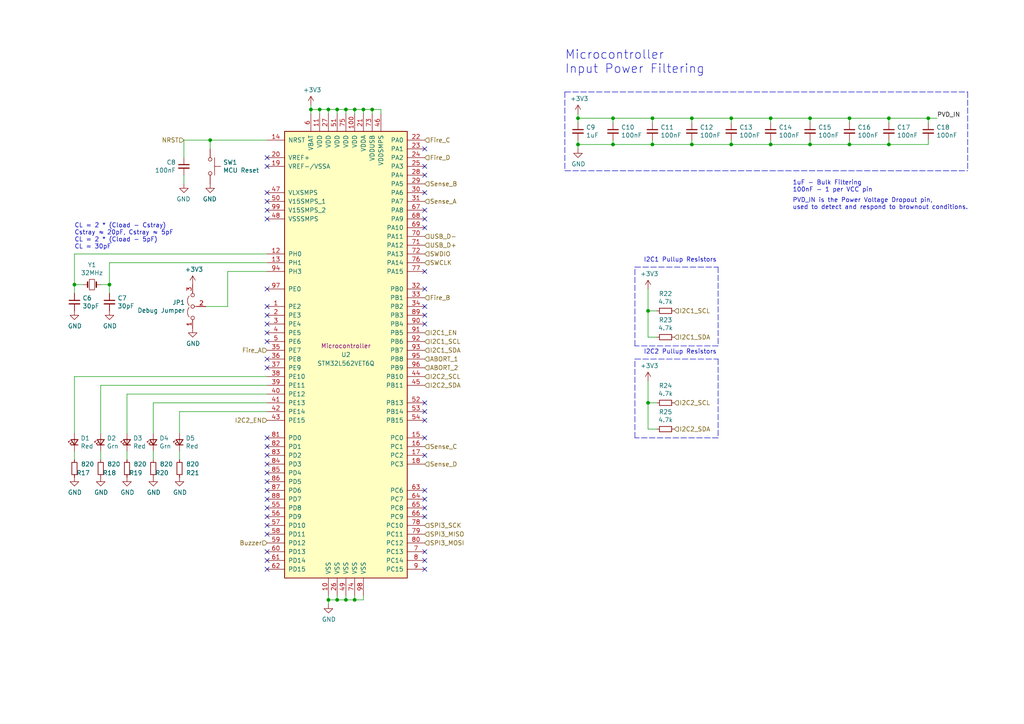
<source format=kicad_sch>
(kicad_sch (version 20211123) (generator eeschema)
  (paper "A4")
  (lib_symbols
    (symbol "Device:C_Small" (pin_numbers hide) (pin_names (offset 0.254) hide)
      (property "Reference" "C" (at 0.254 1.778 0))
      (property "Value" "C_Small" (at 0.254 -2.032 0))
      (symbol "C_Small_0_1"
        (polyline (pts (xy -1.524 -0.508) (xy 1.524 -0.508)) (stroke (width 0.3302)))
        (polyline (pts (xy -1.524 0.508) (xy 1.524 0.508)) (stroke (width 0.3048)))
      )
      (symbol "C_Small_1_1"
        (pin passive line (at 0 2.54 270) (length 2.032) (name "~") (number "1"))
        (pin passive line (at 0 -2.54 90) (length 2.032) (name "~") (number "2"))
      )
    )
    (symbol "Device:Crystal_Small" (pin_numbers hide) (pin_names (offset 1.016) hide)
      (property "Reference" "Y" (at 0 2.54 0))
      (property "Value" "Crystal_Small" (at 0 -2.54 0))
      (symbol "Crystal_Small_0_1"
        (rectangle (start -0.762 -1.524) (end 0.762 1.524))
        (polyline (pts (xy -1.27 -0.762) (xy -1.27 0.762)) (stroke (width 0.381)))
        (polyline (pts (xy 1.27 -0.762) (xy 1.27 0.762)) (stroke (width 0.381)))
      )
      (symbol "Crystal_Small_1_1"
        (pin passive line (at -2.54 0 0) (length 1.27) (name "1") (number "1"))
        (pin passive line (at 2.54 0 180) (length 1.27) (name "2") (number "2"))
      )
    )
    (symbol "Device:LED_Small" (pin_numbers hide) (pin_names (offset 0.254) hide)
      (property "Reference" "D" (at -1.27 3.175 0))
      (property "Value" "LED_Small" (at -4.445 -2.54 0))
      (symbol "LED_Small_0_1"
        (polyline (pts (xy -0.762 -1.016) (xy -0.762 1.016)) (stroke (width 0.254)))
        (polyline (pts (xy 1.016 0) (xy -0.762 0)))
        (polyline (pts (xy 0.762 -1.016) (xy -0.762 0) (xy 0.762 1.016) (xy 0.762 -1.016)) (stroke (width 0.254)))
        (polyline (pts (xy 0 0.762) (xy -0.508 1.27) (xy -0.254 1.27) (xy -0.508 1.27) (xy -0.508 1.016)))
        (polyline (pts (xy 0.508 1.27) (xy 0 1.778) (xy 0.254 1.778) (xy 0 1.778) (xy 0 1.524)))
      )
      (symbol "LED_Small_1_1"
        (pin passive line (at -2.54 0 0) (length 1.778) (name "K") (number "1"))
        (pin passive line (at 2.54 0 180) (length 1.778) (name "A") (number "2"))
      )
    )
    (symbol "Device:R_Small" (pin_numbers hide) (pin_names (offset 0.254) hide)
      (property "Reference" "R" (at 0.762 0.508 0))
      (property "Value" "R_Small" (at 0.762 -1.016 0))
      (symbol "R_Small_0_1"
        (rectangle (start -0.762 1.778) (end 0.762 -1.778) (stroke (width 0.2032)))
      )
      (symbol "R_Small_1_1"
        (pin passive line (at 0 2.54 270) (length 0.762) (name "~") (number "1"))
        (pin passive line (at 0 -2.54 90) (length 0.762) (name "~") (number "2"))
      )
    )
    (symbol "Jumper:Jumper_3_Open" (pin_names (offset 0) hide)
      (property "Reference" "JP" (at -2.54 -2.54 0))
      (property "Value" "Jumper_3_Open" (at 0 2.794 0))
      (symbol "Jumper_3_Open_0_0"
        (circle (center -3.302 0) (radius 0.508))
        (circle (center 0 0) (radius 0.508))
        (circle (center 3.302 0) (radius 0.508))
      )
      (symbol "Jumper_3_Open_0_1"
        (arc (start -0.254 1.016) (mid -1.651 1.4992) (end -3.048 1.016))
        (polyline (pts (xy 0 -0.508) (xy 0 -1.27)))
        (arc (start 3.048 1.016) (mid 1.651 1.4992) (end 0.254 1.016))
      )
      (symbol "Jumper_3_Open_1_1"
        (pin passive line (at -6.35 0 0) (length 2.54) (name "A") (number "1"))
        (pin input line (at 0 -3.81 90) (length 2.54) (name "C") (number "2"))
        (pin passive line (at 6.35 0 180) (length 2.54) (name "B") (number "3"))
      )
    )
    (symbol "RDT_Custom_Symbols:STM32L562VET" (pin_names (offset 1.016))
      (property "Reference" "U" (at 3.81 8.89 0))
      (property "Value" "STM32L562VET" (at 3.81 6.35 0))
      (symbol "STM32L562VET_1_1"
        (rectangle (start -17.78 -138.43) (end 17.78 -8.89) (stroke (width 0.254)) (fill (type background)))
        (pin bidirectional line (at -22.86 -59.69 0) (length 5.08) (name "PE2") (number "1"))
        (pin power_in line (at -5.08 -143.51 90) (length 5.08) (name "VSS") (number "10"))
        (pin power_in line (at 2.54 -3.81 270) (length 5.08) (name "VDD") (number "100"))
        (pin power_in line (at -7.62 -3.81 270) (length 5.08) (name "VDD") (number "11"))
        (pin input line (at -22.86 -44.45 0) (length 5.08) (name "PH0") (number "12"))
        (pin input line (at -22.86 -46.99 0) (length 5.08) (name "PH1") (number "13"))
        (pin input line (at -22.86 -11.43 0) (length 5.08) (name "NRST") (number "14"))
        (pin bidirectional line (at 22.86 -97.79 180) (length 5.08) (name "PC0") (number "15"))
        (pin bidirectional line (at 22.86 -100.33 180) (length 5.08) (name "PC1") (number "16"))
        (pin bidirectional line (at 22.86 -102.87 180) (length 5.08) (name "PC2") (number "17"))
        (pin bidirectional line (at 22.86 -105.41 180) (length 5.08) (name "PC3") (number "18"))
        (pin power_in line (at -22.86 -19.05 0) (length 5.08) (name "VREF-/VSSA") (number "19"))
        (pin bidirectional line (at -22.86 -62.23 0) (length 5.08) (name "PE3") (number "2"))
        (pin bidirectional line (at -22.86 -16.51 0) (length 5.08) (name "VREF+") (number "20"))
        (pin power_in line (at 5.08 -3.81 270) (length 5.08) (name "VDDA") (number "21"))
        (pin bidirectional line (at 22.86 -11.43 180) (length 5.08) (name "PA0") (number "22"))
        (pin bidirectional line (at 22.86 -13.97 180) (length 5.08) (name "PA1") (number "23"))
        (pin bidirectional line (at 22.86 -16.51 180) (length 5.08) (name "PA2") (number "24"))
        (pin bidirectional line (at 22.86 -19.05 180) (length 5.08) (name "PA3") (number "25"))
        (pin power_in line (at -2.54 -143.51 90) (length 5.08) (name "VSS") (number "26"))
        (pin power_in line (at -5.08 -3.81 270) (length 5.08) (name "VDD") (number "27"))
        (pin bidirectional line (at 22.86 -21.59 180) (length 5.08) (name "PA4") (number "28"))
        (pin bidirectional line (at 22.86 -24.13 180) (length 5.08) (name "PA5") (number "29"))
        (pin bidirectional line (at -22.86 -64.77 0) (length 5.08) (name "PE4") (number "3"))
        (pin bidirectional line (at 22.86 -26.67 180) (length 5.08) (name "PA6") (number "30"))
        (pin bidirectional line (at 22.86 -29.21 180) (length 5.08) (name "PA7") (number "31"))
        (pin bidirectional line (at 22.86 -54.61 180) (length 5.08) (name "PB0") (number "32"))
        (pin bidirectional line (at 22.86 -57.15 180) (length 5.08) (name "PB1") (number "33"))
        (pin bidirectional line (at 22.86 -59.69 180) (length 5.08) (name "PB2") (number "34"))
        (pin bidirectional line (at -22.86 -72.39 0) (length 5.08) (name "PE7") (number "35"))
        (pin bidirectional line (at -22.86 -74.93 0) (length 5.08) (name "PE8") (number "36"))
        (pin bidirectional line (at -22.86 -77.47 0) (length 5.08) (name "PE9") (number "37"))
        (pin bidirectional line (at -22.86 -80.01 0) (length 5.08) (name "PE10") (number "38"))
        (pin bidirectional line (at -22.86 -82.55 0) (length 5.08) (name "PE11") (number "39"))
        (pin bidirectional line (at -22.86 -67.31 0) (length 5.08) (name "PE5") (number "4"))
        (pin bidirectional line (at -22.86 -85.09 0) (length 5.08) (name "PE12") (number "40"))
        (pin bidirectional line (at -22.86 -87.63 0) (length 5.08) (name "PE13") (number "41"))
        (pin bidirectional line (at -22.86 -90.17 0) (length 5.08) (name "PE14") (number "42"))
        (pin bidirectional line (at -22.86 -92.71 0) (length 5.08) (name "PE15") (number "43"))
        (pin bidirectional line (at 22.86 -80.01 180) (length 5.08) (name "PB10") (number "44"))
        (pin bidirectional line (at 22.86 -82.55 180) (length 5.08) (name "PB11") (number "45"))
        (pin power_in line (at 10.16 -3.81 270) (length 5.08) (name "VDDSMPS") (number "46"))
        (pin power_in line (at -22.86 -26.67 0) (length 5.08) (name "VLXSMPS") (number "47"))
        (pin power_in line (at -22.86 -34.29 0) (length 5.08) (name "VSSSMPS") (number "48"))
        (pin power_in line (at 0 -143.51 90) (length 5.08) (name "VSS") (number "49"))
        (pin bidirectional line (at -22.86 -69.85 0) (length 5.08) (name "PE6") (number "5"))
        (pin power_out line (at -22.86 -29.21 0) (length 5.08) (name "V15SMPS_1") (number "50"))
        (pin power_in line (at -2.54 -3.81 270) (length 5.08) (name "VDD") (number "51"))
        (pin bidirectional line (at 22.86 -87.63 180) (length 5.08) (name "PB13") (number "52"))
        (pin bidirectional line (at 22.86 -90.17 180) (length 5.08) (name "PB14") (number "53"))
        (pin bidirectional line (at 22.86 -92.71 180) (length 5.08) (name "PB15") (number "54"))
        (pin bidirectional line (at -22.86 -118.11 0) (length 5.08) (name "PD8") (number "55"))
        (pin bidirectional line (at -22.86 -120.65 0) (length 5.08) (name "PD9") (number "56"))
        (pin bidirectional line (at -22.86 -123.19 0) (length 5.08) (name "PD10") (number "57"))
        (pin bidirectional line (at -22.86 -125.73 0) (length 5.08) (name "PD11") (number "58"))
        (pin bidirectional line (at -22.86 -128.27 0) (length 5.08) (name "PD12") (number "59"))
        (pin power_in line (at -10.16 -3.81 270) (length 5.08) (name "VBAT") (number "6"))
        (pin bidirectional line (at -22.86 -130.81 0) (length 5.08) (name "PD13") (number "60"))
        (pin bidirectional line (at -22.86 -133.35 0) (length 5.08) (name "PD14") (number "61"))
        (pin bidirectional line (at -22.86 -135.89 0) (length 5.08) (name "PD15") (number "62"))
        (pin bidirectional line (at 22.86 -113.03 180) (length 5.08) (name "PC6") (number "63"))
        (pin bidirectional line (at 22.86 -115.57 180) (length 5.08) (name "PC7") (number "64"))
        (pin bidirectional line (at 22.86 -118.11 180) (length 5.08) (name "PC8") (number "65"))
        (pin bidirectional line (at 22.86 -120.65 180) (length 5.08) (name "PC9") (number "66"))
        (pin bidirectional line (at 22.86 -31.75 180) (length 5.08) (name "PA8") (number "67"))
        (pin bidirectional line (at 22.86 -34.29 180) (length 5.08) (name "PA9") (number "68"))
        (pin bidirectional line (at 22.86 -36.83 180) (length 5.08) (name "PA10") (number "69"))
        (pin bidirectional line (at 22.86 -130.81 180) (length 5.08) (name "PC13") (number "7"))
        (pin bidirectional line (at 22.86 -39.37 180) (length 5.08) (name "PA11") (number "70"))
        (pin bidirectional line (at 22.86 -41.91 180) (length 5.08) (name "PA12") (number "71"))
        (pin bidirectional line (at 22.86 -44.45 180) (length 5.08) (name "PA13") (number "72"))
        (pin power_in line (at 7.62 -3.81 270) (length 5.08) (name "VDDUSB") (number "73"))
        (pin power_in line (at 2.54 -143.51 90) (length 5.08) (name "VSS") (number "74"))
        (pin power_in line (at 0 -3.81 270) (length 5.08) (name "VDD") (number "75"))
        (pin bidirectional line (at 22.86 -46.99 180) (length 5.08) (name "PA14") (number "76"))
        (pin bidirectional line (at 22.86 -49.53 180) (length 5.08) (name "PA15") (number "77"))
        (pin bidirectional line (at 22.86 -123.19 180) (length 5.08) (name "PC10") (number "78"))
        (pin bidirectional line (at 22.86 -125.73 180) (length 5.08) (name "PC11") (number "79"))
        (pin bidirectional line (at 22.86 -133.35 180) (length 5.08) (name "PC14") (number "8"))
        (pin bidirectional line (at 22.86 -128.27 180) (length 5.08) (name "PC12") (number "80"))
        (pin bidirectional line (at -22.86 -97.79 0) (length 5.08) (name "PD0") (number "81"))
        (pin bidirectional line (at -22.86 -100.33 0) (length 5.08) (name "PD1") (number "82"))
        (pin bidirectional line (at -22.86 -102.87 0) (length 5.08) (name "PD2") (number "83"))
        (pin bidirectional line (at -22.86 -105.41 0) (length 5.08) (name "PD3") (number "84"))
        (pin bidirectional line (at -22.86 -107.95 0) (length 5.08) (name "PD4") (number "85"))
        (pin bidirectional line (at -22.86 -110.49 0) (length 5.08) (name "PD5") (number "86"))
        (pin bidirectional line (at -22.86 -113.03 0) (length 5.08) (name "PD6") (number "87"))
        (pin bidirectional line (at -22.86 -115.57 0) (length 5.08) (name "PD7") (number "88"))
        (pin bidirectional line (at 22.86 -62.23 180) (length 5.08) (name "PB3") (number "89"))
        (pin bidirectional line (at 22.86 -135.89 180) (length 5.08) (name "PC15") (number "9"))
        (pin bidirectional line (at 22.86 -64.77 180) (length 5.08) (name "PB4") (number "90"))
        (pin bidirectional line (at 22.86 -67.31 180) (length 5.08) (name "PB5") (number "91"))
        (pin bidirectional line (at 22.86 -69.85 180) (length 5.08) (name "PB6") (number "92"))
        (pin bidirectional line (at 22.86 -72.39 180) (length 5.08) (name "PB7") (number "93"))
        (pin bidirectional line (at -22.86 -49.53 0) (length 5.08) (name "PH3") (number "94"))
        (pin bidirectional line (at 22.86 -74.93 180) (length 5.08) (name "PB8") (number "95"))
        (pin bidirectional line (at 22.86 -77.47 180) (length 5.08) (name "PB9") (number "96"))
        (pin bidirectional line (at -22.86 -54.61 0) (length 5.08) (name "PE0") (number "97"))
        (pin power_in line (at 5.08 -143.51 90) (length 5.08) (name "VSS") (number "98"))
        (pin power_out line (at -22.86 -31.75 0) (length 5.08) (name "V15SMPS_2") (number "99"))
      )
    )
    (symbol "Switch:SW_Push" (pin_numbers hide) (pin_names (offset 1.016) hide)
      (property "Reference" "SW" (at 1.27 2.54 0))
      (property "Value" "SW_Push" (at 0 -1.524 0))
      (symbol "SW_Push_0_1"
        (circle (center -2.032 0) (radius 0.508))
        (polyline (pts (xy 0 1.27) (xy 0 3.048)))
        (polyline (pts (xy 2.54 1.27) (xy -2.54 1.27)))
        (circle (center 2.032 0) (radius 0.508))
        (pin passive line (at -5.08 0 0) (length 2.54) (name "1") (number "1"))
        (pin passive line (at 5.08 0 180) (length 2.54) (name "2") (number "2"))
      )
    )
    (symbol "power:+3.3V" (power) (pin_names (offset 0))
      (property "Value" "+3.3V" (at 0 3.556 0))
      (symbol "+3.3V_0_1"
        (polyline (pts (xy -0.762 1.27) (xy 0 2.54)))
        (polyline (pts (xy 0 0) (xy 0 2.54)))
        (polyline (pts (xy 0 2.54) (xy 0.762 1.27)))
      )
      (symbol "+3.3V_1_1"
        (pin power_in line (at 0 0 90) (length 0) hide (name "+3V3") (number "1"))
      )
    )
    (symbol "power:GND" (power) (pin_names (offset 0))
      (property "Value" "GND" (at 0 -3.81 0))
      (symbol "GND_0_1"
        (polyline (pts (xy 0 0) (xy 0 -1.27) (xy 1.27 -1.27) (xy 0 -2.54) (xy -1.27 -1.27) (xy 0 -1.27)))
      )
      (symbol "GND_1_1"
        (pin power_in line (at 0 0 270) (length 0) hide (name "GND") (number "1"))
      )
    )
  )
  (junction (at 257.81 34.29))
  (junction (at 167.64 34.29))
  (junction (at 92.71 31.75))
  (junction (at 200.66 34.29))
  (junction (at 100.33 31.75))
  (junction (at 234.95 41.91))
  (junction (at 102.87 173.99))
  (junction (at 95.25 173.99))
  (junction (at 177.8 34.29))
  (junction (at 187.96 90.17))
  (junction (at 189.23 34.29))
  (junction (at 189.23 41.91))
  (junction (at 167.64 41.91))
  (junction (at 246.38 41.91))
  (junction (at 21.59 82.55))
  (junction (at 246.38 34.29))
  (junction (at 187.96 116.84))
  (junction (at 200.66 41.91))
  (junction (at 212.09 34.29))
  (junction (at 31.75 82.55))
  (junction (at 90.17 31.75))
  (junction (at 212.09 41.91))
  (junction (at 223.52 41.91))
  (junction (at 223.52 34.29))
  (junction (at 234.95 34.29))
  (junction (at 95.25 31.75))
  (junction (at 257.81 41.91))
  (junction (at 97.79 173.99))
  (junction (at 100.33 173.99))
  (junction (at 60.96 40.64))
  (junction (at 102.87 31.75))
  (junction (at 97.79 31.75))
  (junction (at 105.41 31.75))
  (junction (at 177.8 41.91))
  (junction (at 107.95 31.75))
  (junction (at 269.24 34.29))
  (no_connect (at 123.19 63.5))
  (no_connect (at 77.47 60.96))
  (no_connect (at 123.19 162.56))
  (no_connect (at 77.47 48.26))
  (no_connect (at 123.19 91.44))
  (no_connect (at 77.47 139.7))
  (no_connect (at 77.47 99.06))
  (no_connect (at 77.47 142.24))
  (no_connect (at 77.47 144.78))
  (no_connect (at 77.47 55.88))
  (no_connect (at 77.47 88.9))
  (no_connect (at 123.19 43.18))
  (no_connect (at 123.19 160.02))
  (no_connect (at 77.47 137.16))
  (no_connect (at 77.47 91.44))
  (no_connect (at 123.19 149.86))
  (no_connect (at 77.47 45.72))
  (no_connect (at 77.47 152.4))
  (no_connect (at 123.19 127))
  (no_connect (at 123.19 142.24))
  (no_connect (at 123.19 144.78))
  (no_connect (at 77.47 154.94))
  (no_connect (at 77.47 160.02))
  (no_connect (at 77.47 162.56))
  (no_connect (at 77.47 165.1))
  (no_connect (at 123.19 88.9))
  (no_connect (at 123.19 83.82))
  (no_connect (at 77.47 104.14))
  (no_connect (at 77.47 106.68))
  (no_connect (at 123.19 50.8))
  (no_connect (at 123.19 93.98))
  (no_connect (at 123.19 55.88))
  (no_connect (at 77.47 132.08))
  (no_connect (at 77.47 127))
  (no_connect (at 77.47 134.62))
  (no_connect (at 123.19 60.96))
  (no_connect (at 123.19 132.08))
  (no_connect (at 77.47 149.86))
  (no_connect (at 123.19 66.04))
  (no_connect (at 123.19 48.26))
  (no_connect (at 123.19 147.32))
  (no_connect (at 77.47 58.42))
  (no_connect (at 77.47 93.98))
  (no_connect (at 123.19 165.1))
  (no_connect (at 77.47 147.32))
  (no_connect (at 123.19 78.74))
  (no_connect (at 123.19 121.92))
  (no_connect (at 123.19 116.84))
  (no_connect (at 123.19 119.38))
  (no_connect (at 77.47 63.5))
  (no_connect (at 77.47 96.52))
  (no_connect (at 77.47 83.82))
  (no_connect (at 77.47 129.54))
  (wire (pts (xy 105.41 31.75) (xy 107.95 31.75)))
  (wire (pts (xy 100.33 172.72) (xy 100.33 173.99)))
  (wire (pts (xy 234.95 41.91) (xy 246.38 41.91)))
  (polyline (pts (xy 208.28 100.33) (xy 184.15 100.33)))
  (wire (pts (xy 21.59 73.66) (xy 77.47 73.66)))
  (wire (pts (xy 21.59 109.22) (xy 77.47 109.22)))
  (wire (pts (xy 105.41 31.75) (xy 105.41 33.02)))
  (wire (pts (xy 53.34 53.34) (xy 53.34 50.8)))
  (wire (pts (xy 29.21 111.76) (xy 77.47 111.76)))
  (wire (pts (xy 53.34 40.64) (xy 53.34 45.72)))
  (wire (pts (xy 200.66 35.56) (xy 200.66 34.29)))
  (polyline (pts (xy 184.15 77.47) (xy 208.28 77.47)))
  (wire (pts (xy 257.81 35.56) (xy 257.81 34.29)))
  (wire (pts (xy 200.66 41.91) (xy 212.09 41.91)))
  (wire (pts (xy 223.52 41.91) (xy 234.95 41.91)))
  (wire (pts (xy 31.75 85.09) (xy 31.75 82.55)))
  (wire (pts (xy 167.64 41.91) (xy 177.8 41.91)))
  (wire (pts (xy 167.64 34.29) (xy 167.64 35.56)))
  (wire (pts (xy 100.33 31.75) (xy 100.33 33.02)))
  (wire (pts (xy 102.87 172.72) (xy 102.87 173.99)))
  (wire (pts (xy 44.45 116.84) (xy 44.45 125.73)))
  (wire (pts (xy 223.52 35.56) (xy 223.52 34.29)))
  (wire (pts (xy 269.24 41.91) (xy 257.81 41.91)))
  (wire (pts (xy 59.69 88.9) (xy 66.04 88.9)))
  (wire (pts (xy 189.23 34.29) (xy 200.66 34.29)))
  (wire (pts (xy 52.07 125.73) (xy 52.07 119.38)))
  (wire (pts (xy 189.23 40.64) (xy 189.23 41.91)))
  (wire (pts (xy 246.38 40.64) (xy 246.38 41.91)))
  (wire (pts (xy 21.59 125.73) (xy 21.59 109.22)))
  (wire (pts (xy 107.95 31.75) (xy 110.49 31.75)))
  (wire (pts (xy 110.49 31.75) (xy 110.49 33.02)))
  (wire (pts (xy 60.96 40.64) (xy 77.47 40.64)))
  (wire (pts (xy 223.52 34.29) (xy 234.95 34.29)))
  (polyline (pts (xy 163.83 49.53) (xy 280.67 49.53)))
  (wire (pts (xy 95.25 172.72) (xy 95.25 173.99)))
  (wire (pts (xy 234.95 34.29) (xy 246.38 34.29)))
  (wire (pts (xy 92.71 31.75) (xy 90.17 31.75)))
  (wire (pts (xy 190.5 97.79) (xy 187.96 97.79)))
  (wire (pts (xy 95.25 175.26) (xy 95.25 173.99)))
  (wire (pts (xy 212.09 34.29) (xy 223.52 34.29)))
  (wire (pts (xy 53.34 40.64) (xy 60.96 40.64)))
  (wire (pts (xy 246.38 34.29) (xy 257.81 34.29)))
  (wire (pts (xy 97.79 172.72) (xy 97.79 173.99)))
  (wire (pts (xy 257.81 34.29) (xy 269.24 34.29)))
  (wire (pts (xy 167.64 33.02) (xy 167.64 34.29)))
  (wire (pts (xy 90.17 30.48) (xy 90.17 31.75)))
  (polyline (pts (xy 280.67 26.67) (xy 280.67 49.53)))
  (wire (pts (xy 200.66 34.29) (xy 212.09 34.29)))
  (wire (pts (xy 102.87 33.02) (xy 102.87 31.75)))
  (wire (pts (xy 269.24 41.91) (xy 269.24 40.64)))
  (wire (pts (xy 190.5 124.46) (xy 187.96 124.46)))
  (wire (pts (xy 269.24 34.29) (xy 271.78 34.29)))
  (wire (pts (xy 95.25 31.75) (xy 95.25 33.02)))
  (wire (pts (xy 100.33 173.99) (xy 102.87 173.99)))
  (wire (pts (xy 234.95 40.64) (xy 234.95 41.91)))
  (wire (pts (xy 97.79 31.75) (xy 100.33 31.75)))
  (wire (pts (xy 92.71 31.75) (xy 95.25 31.75)))
  (wire (pts (xy 107.95 33.02) (xy 107.95 31.75)))
  (wire (pts (xy 212.09 41.91) (xy 223.52 41.91)))
  (wire (pts (xy 29.21 125.73) (xy 29.21 111.76)))
  (wire (pts (xy 36.83 130.81) (xy 36.83 133.35)))
  (wire (pts (xy 95.25 31.75) (xy 97.79 31.75)))
  (wire (pts (xy 24.13 82.55) (xy 21.59 82.55)))
  (polyline (pts (xy 163.83 26.67) (xy 163.83 49.53)))
  (wire (pts (xy 66.04 78.74) (xy 77.47 78.74)))
  (wire (pts (xy 29.21 130.81) (xy 29.21 133.35)))
  (polyline (pts (xy 208.28 127) (xy 184.15 127)))
  (polyline (pts (xy 184.15 127) (xy 184.15 104.14)))
  (wire (pts (xy 60.96 43.18) (xy 60.96 40.64)))
  (wire (pts (xy 187.96 90.17) (xy 190.5 90.17)))
  (polyline (pts (xy 184.15 104.14) (xy 208.28 104.14)))
  (wire (pts (xy 189.23 41.91) (xy 200.66 41.91)))
  (wire (pts (xy 187.96 110.49) (xy 187.96 116.84)))
  (wire (pts (xy 212.09 40.64) (xy 212.09 41.91)))
  (wire (pts (xy 100.33 31.75) (xy 102.87 31.75)))
  (wire (pts (xy 177.8 35.56) (xy 177.8 34.29)))
  (wire (pts (xy 257.81 40.64) (xy 257.81 41.91)))
  (wire (pts (xy 189.23 34.29) (xy 189.23 35.56)))
  (wire (pts (xy 187.96 97.79) (xy 187.96 90.17)))
  (wire (pts (xy 223.52 40.64) (xy 223.52 41.91)))
  (polyline (pts (xy 184.15 100.33) (xy 184.15 77.47)))
  (wire (pts (xy 105.41 173.99) (xy 105.41 172.72)))
  (wire (pts (xy 52.07 119.38) (xy 77.47 119.38)))
  (polyline (pts (xy 163.83 26.67) (xy 280.67 26.67)))
  (polyline (pts (xy 208.28 104.14) (xy 208.28 127)))
  (wire (pts (xy 95.25 173.99) (xy 97.79 173.99)))
  (wire (pts (xy 66.04 88.9) (xy 66.04 78.74)))
  (wire (pts (xy 167.64 40.64) (xy 167.64 41.91)))
  (wire (pts (xy 21.59 130.81) (xy 21.59 133.35)))
  (wire (pts (xy 21.59 85.09) (xy 21.59 82.55)))
  (wire (pts (xy 52.07 130.81) (xy 52.07 133.35)))
  (wire (pts (xy 167.64 34.29) (xy 177.8 34.29)))
  (wire (pts (xy 97.79 173.99) (xy 100.33 173.99)))
  (wire (pts (xy 177.8 41.91) (xy 189.23 41.91)))
  (wire (pts (xy 102.87 31.75) (xy 105.41 31.75)))
  (wire (pts (xy 29.21 82.55) (xy 31.75 82.55)))
  (wire (pts (xy 269.24 34.29) (xy 269.24 35.56)))
  (wire (pts (xy 36.83 125.73) (xy 36.83 114.3)))
  (wire (pts (xy 167.64 43.18) (xy 167.64 41.91)))
  (polyline (pts (xy 208.28 77.47) (xy 208.28 100.33)))
  (wire (pts (xy 31.75 76.2) (xy 77.47 76.2)))
  (wire (pts (xy 92.71 31.75) (xy 92.71 33.02)))
  (wire (pts (xy 234.95 35.56) (xy 234.95 34.29)))
  (wire (pts (xy 200.66 40.64) (xy 200.66 41.91)))
  (wire (pts (xy 177.8 34.29) (xy 189.23 34.29)))
  (wire (pts (xy 212.09 34.29) (xy 212.09 35.56)))
  (wire (pts (xy 36.83 114.3) (xy 77.47 114.3)))
  (wire (pts (xy 246.38 35.56) (xy 246.38 34.29)))
  (wire (pts (xy 21.59 82.55) (xy 21.59 73.66)))
  (wire (pts (xy 44.45 116.84) (xy 77.47 116.84)))
  (wire (pts (xy 246.38 41.91) (xy 257.81 41.91)))
  (wire (pts (xy 177.8 40.64) (xy 177.8 41.91)))
  (wire (pts (xy 187.96 83.82) (xy 187.96 90.17)))
  (wire (pts (xy 102.87 173.99) (xy 105.41 173.99)))
  (wire (pts (xy 90.17 31.75) (xy 90.17 33.02)))
  (wire (pts (xy 187.96 124.46) (xy 187.96 116.84)))
  (wire (pts (xy 187.96 116.84) (xy 190.5 116.84)))
  (wire (pts (xy 31.75 82.55) (xy 31.75 76.2)))
  (wire (pts (xy 97.79 33.02) (xy 97.79 31.75)))
  (wire (pts (xy 44.45 130.81) (xy 44.45 133.35)))
  (text "Microcontroller\nInput Power Filtering" (at 163.83 21.59 0) (effects (font (size 2.54 2.54)) (justify left bottom)))
  (text "I2C2 Pullup Resistors" (at 186.69 102.87 0) (effects (font (size 1.27 1.27)) (justify left bottom)))
  (text "PVD_IN is the Power Voltage Dropout pin,\nused to detect and respond to brownout conditions." (at 229.87 60.96 0) (effects (font (size 1.27 1.27)) (justify left bottom)))
  (text "I2C1 Pullup Resistors" (at 186.69 76.2 0) (effects (font (size 1.27 1.27)) (justify left bottom)))
  (text "1uF - Bulk Filtering\n100nF - 1 per VCC pin" (at 229.87 55.88 0) (effects (font (size 1.27 1.27)) (justify left bottom)))
  (text "CL = 2 * (Cload - Cstray)\nCstray ≈ 20pF, Cstray ≈ 5pF\nCL = 2 * (Cload - 5pF)\nCL = 30pF" (at 21.59 72.39 0) (effects (font (size 1.27 1.27)) (justify left bottom)))
  (label "PVD_IN" (at 271.78 34.29 0))
  (hierarchical_label "SPI3_MOSI" (shape input) (at 123.19 157.48 0))
  (hierarchical_label "I2C1_EN" (shape input) (at 123.19 96.52 0))
  (hierarchical_label "USB_D+" (shape input) (at 123.19 71.12 0))
  (hierarchical_label "I2C2_SCL" (shape input) (at 195.58 116.84 0))
  (hierarchical_label "Sense_A" (shape input) (at 123.19 58.42 0))
  (hierarchical_label "ABORT_1" (shape input) (at 123.19 104.14 0))
  (hierarchical_label "Sense_D" (shape input) (at 123.19 134.62 0))
  (hierarchical_label "I2C1_SCL" (shape input) (at 195.58 90.17 0))
  (hierarchical_label "Buzzer" (shape input) (at 77.47 157.48 180))
  (hierarchical_label "SPI3_SCK" (shape input) (at 123.19 152.4 0))
  (hierarchical_label "I2C1_SDA" (shape input) (at 195.58 97.79 0))
  (hierarchical_label "NRST" (shape input) (at 53.34 40.64 180))
  (hierarchical_label "USB_D-" (shape input) (at 123.19 68.58 0))
  (hierarchical_label "I2C2_SDA" (shape input) (at 123.19 111.76 0))
  (hierarchical_label "Fire_D" (shape input) (at 123.19 45.72 0))
  (hierarchical_label "I2C2_EN" (shape input) (at 77.47 121.92 180))
  (hierarchical_label "ABORT_2" (shape input) (at 123.19 106.68 0))
  (hierarchical_label "Fire_C" (shape input) (at 123.19 40.64 0))
  (hierarchical_label "I2C2_SCL" (shape input) (at 123.19 109.22 0))
  (hierarchical_label "SWCLK" (shape input) (at 123.19 76.2 0))
  (hierarchical_label "Sense_C" (shape input) (at 123.19 129.54 0))
  (hierarchical_label "I2C2_SDA" (shape input) (at 195.58 124.46 0))
  (hierarchical_label "Fire_B" (shape input) (at 123.19 86.36 0))
  (hierarchical_label "Sense_B" (shape input) (at 123.19 53.34 0))
  (hierarchical_label "SPI3_MISO" (shape input) (at 123.19 154.94 0))
  (hierarchical_label "Fire_A" (shape input) (at 77.47 101.6 180))
  (hierarchical_label "SWDIO" (shape input) (at 123.19 73.66 0))
  (hierarchical_label "I2C1_SCL" (shape input) (at 123.19 99.06 0))
  (hierarchical_label "I2C1_SDA" (shape input) (at 123.19 101.6 0))
  (symbol (lib_id "power:+3.3V") (at 167.64 33.02 0) (unit 1)
    (property "Reference" "#PWR046" (effects hide))
    (property "Value" "+3.3V" (at 168.021 28.6258 0))
  )
  (symbol (lib_id "power:GND") (at 167.64 43.18 0) (unit 1)
    (property "Reference" "#PWR047" (effects hide))
    (property "Value" "GND" (at 167.767 47.5742 0))
  )
  (symbol (lib_id "RDT_Custom_Symbols:STM32L562VET") (at 100.33 29.21 0) (unit 1)
    (property "Reference" "U2" (at 100.33 102.87 0))
    (property "Value" "STM32L562VET6Q" (at 100.33 105.41 0))
    (property "Footprint" "Package_QFP:LQFP-100_14x14mm_P0.5mm" (effects hide))
    (property "Datasheet" "https://www.st.com/resource/en/datasheet/stm32l562re.pdf" (effects hide))
    (property "Description" "Microcontroller" (at 100.33 100.33 0))
  )
  (symbol (lib_id "power:GND") (at 95.25 175.26 0) (unit 1)
    (property "Reference" "#PWR045" (effects hide))
    (property "Value" "GND" (at 95.377 179.6542 0))
  )
  (symbol (lib_id "power:+3.3V") (at 90.17 30.48 0) (unit 1)
    (property "Reference" "#PWR044" (effects hide))
    (property "Value" "+3.3V" (at 90.551 26.0858 0))
  )
  (symbol (lib_id "power:GND") (at 31.75 90.17 0) (unit 1)
    (property "Reference" "#PWR036" (effects hide))
    (property "Value" "GND" (at 31.877 94.5642 0))
  )
  (symbol (lib_id "power:GND") (at 21.59 90.17 0) (unit 1)
    (property "Reference" "#PWR033" (effects hide))
    (property "Value" "GND" (at 21.717 94.5642 0))
  )
  (symbol (lib_id "Device:Crystal_Small") (at 26.67 82.55 0) (unit 1)
    (property "Reference" "Y1" (at 26.67 76.835 0))
    (property "Value" "32MHz" (at 26.67 79.1464 0))
    (property "Footprint" "RDT_Custom_Footprints:XTAL_ABM7-32.000MHZ-D2Y-T" (effects hide))
  )
  (symbol (lib_id "Switch:SW_Push") (at 60.96 48.26 270) (unit 1)
    (property "Reference" "SW1" (at 64.7192 47.0916 90) (effects (justify left)))
    (property "Value" "MCU Reset" (at 64.7192 49.403 90) (effects (justify left)))
    (property "Footprint" "Button_Switch_SMD:SW_SPST_PTS645" (effects hide))
    (property "LCSC" "C2837531 " (effects hide))
  )
  (symbol (lib_id "power:GND") (at 53.34 53.34 0) (mirror y) (unit 1)
    (property "Reference" "#PWR040" (effects hide))
    (property "Value" "GND" (at 53.213 57.7342 0))
  )
  (symbol (lib_id "power:GND") (at 60.96 53.34 0) (mirror y) (unit 1)
    (property "Reference" "#PWR043" (effects hide))
    (property "Value" "GND" (at 60.833 57.7342 0))
  )
  (symbol (lib_id "Jumper:Jumper_3_Open") (at 55.88 88.9 90) (unit 1)
    (property "Reference" "JP1" (at 53.6702 87.7316 90) (effects (justify left)))
    (property "Value" "Debug Jumper" (at 53.6702 90.043 90) (effects (justify left)))
    (property "Footprint" "Connector_PinHeader_2.54mm:PinHeader_1x03_P2.54mm_Vertical" (effects hide))
  )
  (symbol (lib_id "power:GND") (at 55.88 95.25 0) (unit 1)
    (property "Reference" "#PWR042" (effects hide))
    (property "Value" "GND" (at 56.007 99.6442 0))
  )
  (symbol (lib_id "power:+3.3V") (at 55.88 82.55 0) (unit 1)
    (property "Reference" "#PWR041" (effects hide))
    (property "Value" "+3.3V" (at 56.261 78.1558 0))
  )
  (symbol (lib_id "power:GND") (at 44.45 138.43 0) (unit 1)
    (property "Reference" "#PWR038" (effects hide))
    (property "Value" "GND" (at 44.577 142.8242 0))
  )
  (symbol (lib_id "Device:C_Small") (at 53.34 48.26 0) (mirror y) (unit 1)
    (property "Reference" "C8" (at 51.0032 47.0916 0) (effects (justify left)))
    (property "Value" "100nF" (at 51.0032 49.403 0) (effects (justify left)))
    (property "Footprint" "Capacitor_SMD:C_0603_1608Metric_Pad1.08x0.95mm_HandSolder" (effects hide))
    (property "LCSC" "C14663" (effects hide))
  )
  (symbol (lib_id "Device:C_Small") (at 177.8 38.1 0) (unit 1)
    (property "Reference" "C10" (at 180.1368 36.9316 0) (effects (justify left)))
    (property "Value" "100nF" (at 180.1368 39.243 0) (effects (justify left)))
    (property "Footprint" "Capacitor_SMD:C_0603_1608Metric_Pad1.08x0.95mm_HandSolder" (effects hide))
    (property "LCSC" "C14663" (effects hide))
  )
  (symbol (lib_id "Device:LED_Small") (at 36.83 128.27 90) (unit 1)
    (property "Reference" "D3" (at 38.608 127.1016 90) (effects (justify right)))
    (property "Value" "Red" (at 38.608 129.413 90) (effects (justify right)))
    (property "Footprint" "LED_SMD:LED_0603_1608Metric_Pad1.05x0.95mm_HandSolder" (effects hide))
    (property "LCSC" " C2286 " (effects hide))
  )
  (symbol (lib_id "Device:C_Small") (at 269.24 38.1 0) (unit 1)
    (property "Reference" "C18" (at 271.5768 36.9316 0) (effects (justify left)))
    (property "Value" "100nF" (at 271.5768 39.243 0) (effects (justify left)))
    (property "Footprint" "Capacitor_SMD:C_0603_1608Metric_Pad1.08x0.95mm_HandSolder" (effects hide))
    (property "LCSC" "C14663" (effects hide))
  )
  (symbol (lib_id "Device:R_Small") (at 36.83 135.89 180) (unit 1)
    (property "Reference" "R19" (at 39.37 137.16 0))
    (property "Value" "820" (at 40.64 134.62 0))
    (property "Footprint" "Resistor_SMD:R_0603_1608Metric_Pad0.98x0.95mm_HandSolder" (effects hide))
    (property "LCSC" " C23253 " (effects hide))
  )
  (symbol (lib_id "Device:R_Small") (at 52.07 135.89 180) (unit 1)
    (property "Reference" "R21" (at 55.88 137.16 0))
    (property "Value" "820" (at 55.88 134.62 0))
    (property "Footprint" "Resistor_SMD:R_0603_1608Metric_Pad0.98x0.95mm_HandSolder" (effects hide))
    (property "LCSC" " C23253 " (effects hide))
  )
  (symbol (lib_id "Device:R_Small") (at 29.21 135.89 180) (unit 1)
    (property "Reference" "R18" (at 31.75 137.16 0))
    (property "Value" "820" (at 33.02 134.62 0))
    (property "Footprint" "Resistor_SMD:R_0603_1608Metric_Pad0.98x0.95mm_HandSolder" (effects hide))
    (property "LCSC" " C23253 " (effects hide))
  )
  (symbol (lib_id "Device:C_Small") (at 189.23 38.1 0) (unit 1)
    (property "Reference" "C11" (at 191.5668 36.9316 0) (effects (justify left)))
    (property "Value" "100nF" (at 191.5668 39.243 0) (effects (justify left)))
    (property "Footprint" "Capacitor_SMD:C_0603_1608Metric_Pad1.08x0.95mm_HandSolder" (effects hide))
    (property "LCSC" "C14663" (effects hide))
  )
  (symbol (lib_id "Device:R_Small") (at 21.59 135.89 180) (unit 1)
    (property "Reference" "R17" (at 24.13 137.16 0))
    (property "Value" "820" (at 25.4 134.62 0))
    (property "Footprint" "Resistor_SMD:R_0603_1608Metric_Pad0.98x0.95mm_HandSolder" (effects hide))
    (property "LCSC" " C23253" (effects hide))
  )
  (symbol (lib_id "Device:R_Small") (at 193.04 124.46 270) (unit 1)
    (property "Reference" "R25" (at 193.04 119.4816 90))
    (property "Value" "4.7k" (at 193.04 121.793 90))
    (property "Footprint" "Resistor_SMD:R_0603_1608Metric_Pad0.98x0.95mm_HandSolder" (effects hide))
    (property "LCSC" "C25999" (effects hide))
  )
  (symbol (lib_id "Device:C_Small") (at 223.52 38.1 0) (unit 1)
    (property "Reference" "C14" (at 225.8568 36.9316 0) (effects (justify left)))
    (property "Value" "100nF" (at 225.8568 39.243 0) (effects (justify left)))
    (property "Footprint" "Capacitor_SMD:C_0603_1608Metric_Pad1.08x0.95mm_HandSolder" (effects hide))
    (property "LCSC" "C14663" (effects hide))
  )
  (symbol (lib_id "Device:C_Small") (at 21.59 87.63 0) (unit 1)
    (property "Reference" "C6" (at 23.9268 86.4616 0) (effects (justify left)))
    (property "Value" "30pF" (at 23.9268 88.773 0) (effects (justify left)))
    (property "Footprint" "Capacitor_SMD:C_0603_1608Metric_Pad1.08x0.95mm_HandSolder" (effects hide))
    (property "LCSC" "C22397" (effects hide))
  )
  (symbol (lib_id "Device:C_Small") (at 212.09 38.1 0) (unit 1)
    (property "Reference" "C13" (at 214.4268 36.9316 0) (effects (justify left)))
    (property "Value" "100nF" (at 214.4268 39.243 0) (effects (justify left)))
    (property "Footprint" "Capacitor_SMD:C_0603_1608Metric_Pad1.08x0.95mm_HandSolder" (effects hide))
    (property "LCSC" "C14663" (effects hide))
  )
  (symbol (lib_id "Device:C_Small") (at 246.38 38.1 0) (unit 1)
    (property "Reference" "C16" (at 248.7168 36.9316 0) (effects (justify left)))
    (property "Value" "100nF" (at 248.7168 39.243 0) (effects (justify left)))
    (property "Footprint" "Capacitor_SMD:C_0603_1608Metric_Pad1.08x0.95mm_HandSolder" (effects hide))
    (property "LCSC" "C14663" (effects hide))
  )
  (symbol (lib_id "Device:C_Small") (at 31.75 87.63 0) (unit 1)
    (property "Reference" "C7" (at 34.0868 86.4616 0) (effects (justify left)))
    (property "Value" "30pF" (at 34.0868 88.773 0) (effects (justify left)))
    (property "Footprint" "Capacitor_SMD:C_0603_1608Metric_Pad1.08x0.95mm_HandSolder" (effects hide))
    (property "LCSC" "C22397" (effects hide))
  )
  (symbol (lib_id "power:+3.3V") (at 187.96 110.49 0) (unit 1)
    (property "Reference" "#PWR049" (effects hide))
    (property "Value" "+3.3V" (at 188.341 106.0958 0))
  )
  (symbol (lib_id "Device:R_Small") (at 193.04 90.17 270) (unit 1)
    (property "Reference" "R22" (at 193.04 85.1916 90))
    (property "Value" "4.7k" (at 193.04 87.503 90))
    (property "Footprint" "Resistor_SMD:R_0603_1608Metric_Pad0.98x0.95mm_HandSolder" (effects hide))
    (property "LCSC" "C25999" (effects hide))
  )
  (symbol (lib_id "Device:LED_Small") (at 29.21 128.27 90) (unit 1)
    (property "Reference" "D2" (at 30.988 127.1016 90) (effects (justify right)))
    (property "Value" "Grn" (at 30.988 129.413 90) (effects (justify right)))
    (property "Footprint" "LED_SMD:LED_0603_1608Metric_Pad1.05x0.95mm_HandSolder" (effects hide))
    (property "LCSC" " C165982 " (effects hide))
  )
  (symbol (lib_id "Device:C_Small") (at 257.81 38.1 0) (unit 1)
    (property "Reference" "C17" (at 260.1468 36.9316 0) (effects (justify left)))
    (property "Value" "100nF" (at 260.1468 39.243 0) (effects (justify left)))
    (property "Footprint" "Capacitor_SMD:C_0603_1608Metric_Pad1.08x0.95mm_HandSolder" (effects hide))
    (property "LCSC" "C14663" (effects hide))
  )
  (symbol (lib_id "Device:C_Small") (at 234.95 38.1 0) (unit 1)
    (property "Reference" "C15" (at 237.2868 36.9316 0) (effects (justify left)))
    (property "Value" "100nF" (at 237.2868 39.243 0) (effects (justify left)))
    (property "Footprint" "Capacitor_SMD:C_0603_1608Metric_Pad1.08x0.95mm_HandSolder" (effects hide))
    (property "LCSC" "C14663" (effects hide))
  )
  (symbol (lib_id "Device:C_Small") (at 167.64 38.1 0) (unit 1)
    (property "Reference" "C9" (at 169.9768 36.9316 0) (effects (justify left)))
    (property "Value" "1uF" (at 169.9768 39.243 0) (effects (justify left)))
    (property "Footprint" "Capacitor_SMD:C_0603_1608Metric_Pad1.08x0.95mm_HandSolder" (effects hide))
    (property "LCSC" "C15849 " (effects hide))
  )
  (symbol (lib_id "Device:LED_Small") (at 21.59 128.27 90) (unit 1)
    (property "Reference" "D1" (at 23.368 127.1016 90) (effects (justify right)))
    (property "Value" "Red" (at 23.368 129.413 90) (effects (justify right)))
    (property "Footprint" "LED_SMD:LED_0603_1608Metric_Pad1.05x0.95mm_HandSolder" (effects hide))
    (property "LCSC" " C2286 " (effects hide))
  )
  (symbol (lib_id "Device:LED_Small") (at 44.45 128.27 90) (unit 1)
    (property "Reference" "D4" (at 46.228 127.1016 90) (effects (justify right)))
    (property "Value" "Grn" (at 46.228 129.413 90) (effects (justify right)))
    (property "Footprint" "LED_SMD:LED_0603_1608Metric_Pad1.05x0.95mm_HandSolder" (effects hide))
    (property "LCSC" " C165982 " (effects hide))
  )
  (symbol (lib_id "power:GND") (at 52.07 138.43 0) (unit 1)
    (property "Reference" "#PWR039" (effects hide))
    (property "Value" "GND" (at 52.197 142.8242 0))
  )
  (symbol (lib_id "power:+3.3V") (at 187.96 83.82 0) (unit 1)
    (property "Reference" "#PWR048" (effects hide))
    (property "Value" "+3.3V" (at 188.341 79.4258 0))
  )
  (symbol (lib_id "Device:R_Small") (at 193.04 97.79 270) (unit 1)
    (property "Reference" "R23" (at 193.04 92.8116 90))
    (property "Value" "4.7k" (at 193.04 95.123 90))
    (property "Footprint" "Resistor_SMD:R_0603_1608Metric_Pad0.98x0.95mm_HandSolder" (effects hide))
    (property "LCSC" "C25999" (effects hide))
  )
  (symbol (lib_id "Device:R_Small") (at 193.04 116.84 270) (unit 1)
    (property "Reference" "R24" (at 193.04 111.8616 90))
    (property "Value" "4.7k" (at 193.04 114.173 90))
    (property "Footprint" "Resistor_SMD:R_0603_1608Metric_Pad0.98x0.95mm_HandSolder" (effects hide))
    (property "LCSC" "C25999" (effects hide))
  )
  (symbol (lib_id "power:GND") (at 21.59 138.43 0) (unit 1)
    (property "Reference" "#PWR034" (effects hide))
    (property "Value" "GND" (at 21.717 142.8242 0))
  )
  (symbol (lib_id "power:GND") (at 36.83 138.43 0) (unit 1)
    (property "Reference" "#PWR037" (effects hide))
    (property "Value" "GND" (at 36.957 142.8242 0))
  )
  (symbol (lib_id "Device:R_Small") (at 44.45 135.89 180) (unit 1)
    (property "Reference" "R20" (at 46.99 137.16 0))
    (property "Value" "820" (at 48.26 134.62 0))
    (property "Footprint" "Resistor_SMD:R_0603_1608Metric_Pad0.98x0.95mm_HandSolder" (effects hide))
    (property "LCSC" " C23253 " (effects hide))
  )
  (symbol (lib_id "Device:LED_Small") (at 52.07 128.27 90) (unit 1)
    (property "Reference" "D5" (at 53.848 127.1016 90) (effects (justify right)))
    (property "Value" "Red" (at 53.848 129.413 90) (effects (justify right)))
    (property "Footprint" "LED_SMD:LED_0603_1608Metric_Pad1.05x0.95mm_HandSolder" (effects hide))
    (property "LCSC" " C2286 " (effects hide))
  )
  (symbol (lib_id "Device:C_Small") (at 200.66 38.1 0) (unit 1)
    (property "Reference" "C12" (at 202.9968 36.9316 0) (effects (justify left)))
    (property "Value" "100nF" (at 202.9968 39.243 0) (effects (justify left)))
    (property "Footprint" "Capacitor_SMD:C_0603_1608Metric_Pad1.08x0.95mm_HandSolder" (effects hide))
    (property "LCSC" "C14663" (effects hide))
  )
  (symbol (lib_id "power:GND") (at 29.21 138.43 0) (unit 1)
    (property "Reference" "#PWR035" (effects hide))
    (property "Value" "GND" (at 29.337 142.8242 0))
  )
)
</source>
